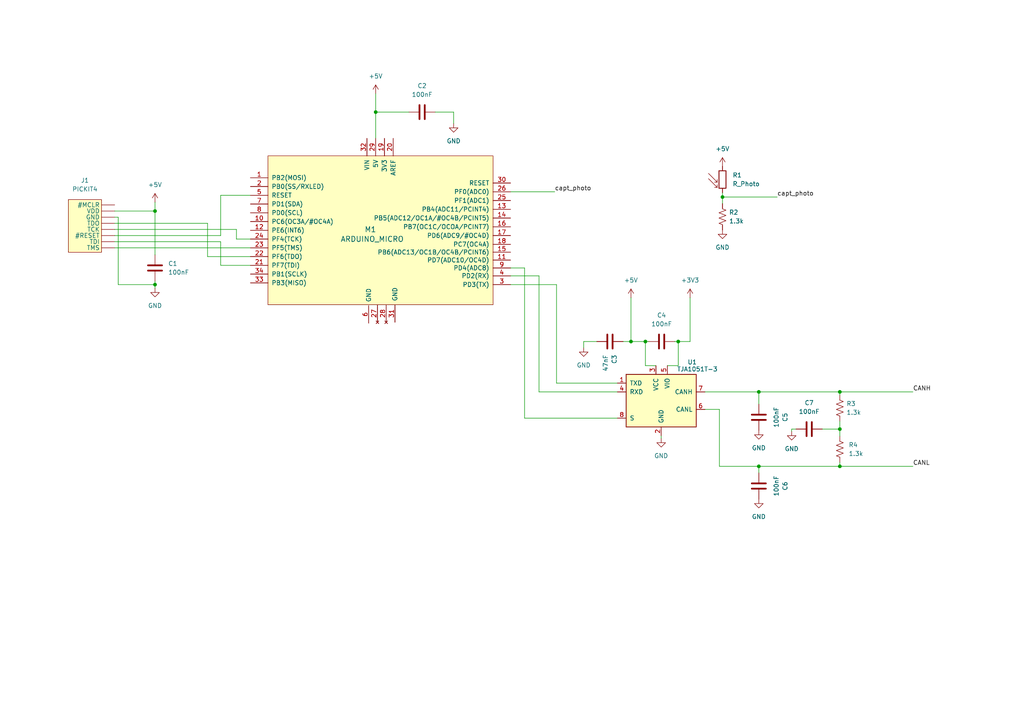
<source format=kicad_sch>
(kicad_sch (version 20211123) (generator eeschema)
  (paper "A4")
  (title_block (title "Capt_luminosite") (date "2022-02-21") (rev "V1") (company "Motrik") (comment 1 "shema pour capteur de luminosite"))
  (lib_symbols
    (symbol "Device:C" (pin_numbers hide) (pin_names (offset 0.254))
      (property "Reference" "C" (at 0.635 2.54 0))
      (property "Value" "C" (at 0.635 -2.54 0))
      (symbol "C_0_1"
        (polyline (pts (xy -2.032 -0.762) (xy 2.032 -0.762)) (stroke (width 0.508)))
        (polyline (pts (xy -2.032 0.762) (xy 2.032 0.762)) (stroke (width 0.508)))
      )
      (symbol "C_1_1"
        (pin passive line (at 0 3.81 270) (length 2.794) (name "~") (number "1"))
        (pin passive line (at 0 -3.81 90) (length 2.794) (name "~") (number "2"))
      )
    )
    (symbol "Device:R_Photo" (pin_numbers hide) (pin_names (offset 0))
      (property "Reference" "R" (at 1.27 1.27 0))
      (property "Value" "R_Photo" (at 1.27 0 0))
      (symbol "R_Photo_0_1"
        (rectangle (start -1.016 2.54) (end 1.016 -2.54) (stroke (width 0.254)))
        (polyline (pts (xy -1.524 -2.286) (xy -4.064 0.254)))
        (polyline (pts (xy -1.524 -2.286) (xy -2.286 -2.286)))
        (polyline (pts (xy -1.524 -2.286) (xy -1.524 -1.524)))
        (polyline (pts (xy -1.524 -0.762) (xy -4.064 1.778)))
        (polyline (pts (xy -1.524 -0.762) (xy -2.286 -0.762)))
        (polyline (pts (xy -1.524 -0.762) (xy -1.524 0)))
      )
      (symbol "R_Photo_1_1"
        (pin passive line (at 0 3.81 270) (length 1.27) (name "~") (number "1"))
        (pin passive line (at 0 -3.81 90) (length 1.27) (name "~") (number "2"))
      )
    )
    (symbol "Device:R_US" (pin_numbers hide) (pin_names (offset 0))
      (property "Reference" "R" (at 2.54 0 90))
      (property "Value" "R_US" (at -2.54 0 90))
      (symbol "R_US_0_1"
        (polyline (pts (xy 0 -2.286) (xy 0 -2.54)))
        (polyline (pts (xy 0 2.286) (xy 0 2.54)))
        (polyline (pts (xy 0 -0.762) (xy 1.016 -1.143) (xy 0 -1.524) (xy -1.016 -1.905) (xy 0 -2.286)))
        (polyline (pts (xy 0 0.762) (xy 1.016 0.381) (xy 0 0) (xy -1.016 -0.381) (xy 0 -0.762)))
        (polyline (pts (xy 0 2.286) (xy 1.016 1.905) (xy 0 1.524) (xy -1.016 1.143) (xy 0 0.762)))
      )
      (symbol "R_US_1_1"
        (pin passive line (at 0 3.81 270) (length 1.27) (name "~") (number "1"))
        (pin passive line (at 0 -3.81 90) (length 1.27) (name "~") (number "2"))
      )
    )
    (symbol "Interface_CAN_LIN:TJA1051T-3" (pin_names (offset 1.016))
      (property "Reference" "U1" (at 7.62 11.176 0))
      (property "Value" "TJA1051T-3" (at 4.572 9.144 0))
      (symbol "TJA1051T-3_0_1"
        (rectangle (start -10.16 7.62) (end 10.16 -7.62) (stroke (width 0.254)) (fill (type background)))
      )
      (symbol "TJA1051T-3_1_1"
        (pin input line (at -12.7 5.08 0) (length 2.54) (name "TXD") (number "1"))
        (pin power_in line (at 0 -10.16 90) (length 2.54) (name "GND") (number "2"))
        (pin power_in line (at -1.524 10.16 270) (length 2.54) (name "VCC") (number "3"))
        (pin output line (at -12.7 2.54 0) (length 2.54) (name "RXD") (number "4"))
        (pin power_in line (at 1.778 10.16 270) (length 2.54) (name "VIO") (number "5"))
        (pin bidirectional line (at 12.7 -2.54 180) (length 2.54) (name "CANL") (number "6"))
        (pin bidirectional line (at 12.7 2.54 180) (length 2.54) (name "CANH") (number "7"))
        (pin input line (at -12.7 -5.08 0) (length 2.54) (name "S") (number "8"))
      )
    )
    (symbol "arduino_micro:ARDUINO_MICRO" (pin_names (offset 1.016))
      (property "Reference" "M?" (at 22.098 19.304 0))
      (property "Value" "ARDUINO_MICRO" (at 22.606 16.51 0))
      (symbol "ARDUINO_MICRO_0_1"
        (rectangle (start -7.62 40.64) (end 57.658 -2.54) (fill (type background)))
      )
      (symbol "ARDUINO_MICRO_1_1"
        (pin bidirectional line (at -12.7 34.29 0) (length 5.08) (name "PB2(MOSI)") (number "1"))
        (pin bidirectional line (at -12.7 21.59 0) (length 5.08) (name "PC6(OC3A/#OC4A)") (number "10"))
        (pin bidirectional line (at 62.738 10.414 180) (length 5.08) (name "PD7(ADC10/OC4D)") (number "11"))
        (pin bidirectional line (at -12.7 19.05 0) (length 5.08) (name "PE6(INT6)") (number "12"))
        (pin bidirectional line (at 62.738 25.146 180) (length 5.08) (name "PB4(ADC11/PCINT4)") (number "13"))
        (pin bidirectional line (at 62.738 22.606 180) (length 5.08) (name "PB5(ADC12/OC1A/#OC4B/PCINT5)") (number "14"))
        (pin bidirectional line (at 62.738 12.7 180) (length 5.08) (name "PB6(ADC13/OC1B/OC4B/PCINT6)") (number "15"))
        (pin bidirectional line (at 62.738 20.066 180) (length 5.08) (name "PB7(OC1C/OCOA/PCINT7)") (number "16"))
        (pin bidirectional line (at 62.738 17.526 180) (length 5.08) (name "PD6(ADC9/#OC4D)") (number "17"))
        (pin bidirectional line (at 62.738 14.986 180) (length 5.08) (name "PC7(OC4A)") (number "18"))
        (pin power_in line (at 26.162 45.72 270) (length 5.08) (name "3V3") (number "19"))
        (pin bidirectional line (at -12.7 31.75 0) (length 5.08) (name "PB0(SS/RXLED)") (number "2"))
        (pin power_in line (at 28.702 45.72 270) (length 5.08) (name "AREF") (number "20"))
        (pin bidirectional line (at -12.7 8.89 0) (length 5.08) (name "PF7(TDI)") (number "21"))
        (pin bidirectional line (at -12.7 11.43 0) (length 5.08) (name "PF6(TDO)") (number "22"))
        (pin bidirectional line (at -12.7 13.97 0) (length 5.08) (name "PF5(TMS)") (number "23"))
        (pin bidirectional line (at -12.7 16.51 0) (length 5.08) (name "PF4(TCK)") (number "24"))
        (pin bidirectional line (at 62.738 27.686 180) (length 5.08) (name "PF1(ADC1)") (number "25"))
        (pin bidirectional line (at 62.738 30.226 180) (length 5.08) (name "PF0(ADC0)") (number "26"))
        (pin no_connect line (at 24.13 -7.62 90) (length 5.08) (name "~") (number "27"))
        (pin no_connect line (at 26.67 -7.62 90) (length 5.08) (name "~") (number "28"))
        (pin power_in line (at 23.622 45.72 270) (length 5.08) (name "5V") (number "29"))
        (pin bidirectional line (at 62.738 3.302 180) (length 5.08) (name "PD3(TX)") (number "3"))
        (pin bidirectional line (at 62.738 32.766 180) (length 5.08) (name "RESET") (number "30"))
        (pin power_in line (at 29.21 -7.62 90) (length 5.08) (name "GND") (number "31"))
        (pin power_in line (at 21.082 45.72 270) (length 5.08) (name "VIN") (number "32"))
        (pin bidirectional line (at -12.7 3.81 0) (length 5.08) (name "PB3(MISO)") (number "33"))
        (pin bidirectional line (at -12.7 6.35 0) (length 5.08) (name "PB1(SCLK)") (number "34"))
        (pin bidirectional line (at 62.738 5.842 180) (length 5.08) (name "PD2(RX)") (number "4"))
        (pin bidirectional line (at -12.7 29.21 0) (length 5.08) (name "RESET") (number "5"))
        (pin power_in line (at 21.59 -7.874 90) (length 5.08) (name "GND") (number "6"))
        (pin bidirectional line (at -12.7 26.67 0) (length 5.08) (name "PD1(SDA)") (number "7"))
        (pin bidirectional line (at -12.7 24.13 0) (length 5.08) (name "PD0(SCL)") (number "8"))
        (pin bidirectional line (at 62.738 8.128 180) (length 5.08) (name "PD4(ADC8)") (number "9"))
      )
    )
    (symbol "motrik-symbole:+3V" (power) (pin_names (offset 0))
      (property "Value" "+3V" (at 0 5.08 0))
      (symbol "+3V_0_1"
        (polyline (pts (xy -0.762 1.27) (xy 0 2.54)))
        (polyline (pts (xy 0 0) (xy 0 2.54)))
        (polyline (pts (xy 0 2.54) (xy 0.762 1.27)))
      )
      (symbol "+3V_1_1"
        (pin power_in line (at 0 0 90) (length 0) hide (name "+3V3") (number "1"))
      )
    )
    (symbol "motrik-symbole:PICKIT4"
      (property "Reference" "J?" (at 0 11.43 0))
      (property "Value" "PICKIT4" (at 0 8.89 0))
      (symbol "PICKIT4_0_1"
        (rectangle (start -4.826 5.842) (end 4.826 -9.398) (fill (type background)))
      )
      (symbol "PICKIT4_1_1"
        (pin bidirectional line (at 8.636 4.318 180) (length 3.81) (name "#MCLR") (number ""))
        (pin bidirectional line (at 8.636 -4.572 180) (length 3.81) (name "#RESET") (number ""))
        (pin bidirectional line (at 8.636 0.762 180) (length 3.81) (name "GND") (number ""))
        (pin bidirectional line (at 8.636 -2.794 180) (length 3.81) (name "TCK") (number ""))
        (pin bidirectional line (at 8.636 -6.35 180) (length 3.81) (name "TDI") (number ""))
        (pin bidirectional line (at 8.636 -1.016 180) (length 3.81) (name "TDO") (number ""))
        (pin bidirectional line (at 8.636 -8.128 180) (length 3.81) (name "TMS") (number ""))
        (pin bidirectional line (at 8.636 2.54 180) (length 3.81) (name "VDD") (number ""))
      )
    )
    (symbol "power:+5V" (power) (pin_names (offset 0))
      (property "Value" "+5V" (at 0 3.556 0))
      (symbol "+5V_0_1"
        (polyline (pts (xy -0.762 1.27) (xy 0 2.54)))
        (polyline (pts (xy 0 0) (xy 0 2.54)))
        (polyline (pts (xy 0 2.54) (xy 0.762 1.27)))
      )
      (symbol "+5V_1_1"
        (pin power_in line (at 0 0 90) (length 0) hide (name "+5V") (number "1"))
      )
    )
    (symbol "power:GND" (power) (pin_names (offset 0))
      (property "Value" "GND" (at 0 -3.81 0))
      (symbol "GND_0_1"
        (polyline (pts (xy 0 0) (xy 0 -1.27) (xy 1.27 -1.27) (xy 0 -2.54) (xy -1.27 -1.27) (xy 0 -1.27)))
      )
      (symbol "GND_1_1"
        (pin power_in line (at 0 0 270) (length 0) hide (name "GND") (number "1"))
      )
    )
  )
  (junction (at 243.586 124.46))
  (junction (at 196.723 99.06))
  (junction (at 183.007 99.06))
  (junction (at 44.958 61.214))
  (junction (at 44.958 82.55))
  (junction (at 187.198 99.06))
  (junction (at 243.586 113.665))
  (junction (at 243.586 135.255))
  (junction (at 220.091 113.665))
  (junction (at 220.091 135.255))
  (junction (at 108.966 32.512))
  (junction (at 209.55 57.15))
  (wire (pts (xy 34.29 62.992) (xy 34.29 82.55)))
  (wire (pts (xy 243.586 135.255) (xy 264.795 135.255)))
  (wire (pts (xy 193.548 106.045) (xy 196.723 106.045)))
  (wire (pts (xy 243.586 113.665) (xy 264.795 113.665)))
  (wire (pts (xy 208.661 135.255) (xy 220.091 135.255)))
  (wire (pts (xy 243.586 134.112) (xy 243.586 135.255)))
  (wire (pts (xy 230.886 124.46) (xy 229.616 124.46)))
  (wire (pts (xy 204.47 118.745) (xy 208.661 118.745)))
  (wire (pts (xy 187.198 99.06) (xy 188.087 99.06)))
  (wire (pts (xy 229.616 124.46) (xy 229.616 125.095)))
  (wire (pts (xy 208.661 118.745) (xy 208.661 135.255)))
  (wire (pts (xy 180.721 99.06) (xy 183.007 99.06)))
  (wire (pts (xy 169.291 99.06) (xy 169.291 100.838)))
  (wire (pts (xy 108.966 32.512) (xy 108.966 40.132)))
  (wire (pts (xy 196.723 99.06) (xy 195.707 99.06)))
  (wire (pts (xy 44.958 58.674) (xy 44.958 61.214)))
  (wire (pts (xy 179.07 111.125) (xy 161.417 111.125)))
  (wire (pts (xy 33.274 71.882) (xy 72.644 71.882)))
  (wire (pts (xy 209.55 57.15) (xy 209.55 59.055)))
  (wire (pts (xy 64.008 68.326) (xy 33.274 68.326)))
  (wire (pts (xy 72.644 56.642) (xy 64.008 56.642)))
  (wire (pts (xy 33.274 64.77) (xy 60.198 64.77)))
  (wire (pts (xy 243.586 135.255) (xy 220.091 135.255)))
  (wire (pts (xy 243.586 113.665) (xy 220.091 113.665)))
  (wire (pts (xy 44.958 81.534) (xy 44.958 82.55)))
  (wire (pts (xy 60.198 74.422) (xy 72.644 74.422)))
  (wire (pts (xy 209.55 57.15) (xy 225.425 57.15)))
  (wire (pts (xy 152.146 121.285) (xy 152.146 77.724)))
  (wire (pts (xy 64.008 70.104) (xy 33.274 70.104)))
  (wire (pts (xy 200.152 86.36) (xy 200.152 99.06)))
  (wire (pts (xy 179.07 113.665) (xy 156.337 113.665)))
  (wire (pts (xy 64.008 76.962) (xy 72.644 76.962)))
  (wire (pts (xy 191.77 126.365) (xy 191.77 127.127)))
  (wire (pts (xy 68.58 66.548) (xy 68.58 69.342)))
  (wire (pts (xy 161.417 82.55) (xy 148.082 82.55)))
  (wire (pts (xy 179.07 121.285) (xy 152.146 121.285)))
  (wire (pts (xy 33.274 66.548) (xy 68.58 66.548)))
  (wire (pts (xy 220.091 135.255) (xy 220.091 137.16)))
  (wire (pts (xy 243.586 124.46) (xy 243.586 126.492)))
  (wire (pts (xy 243.586 122.174) (xy 243.586 124.46)))
  (wire (pts (xy 183.007 99.06) (xy 187.198 99.06)))
  (wire (pts (xy 204.47 113.665) (xy 220.091 113.665)))
  (wire (pts (xy 187.198 106.045) (xy 187.198 99.06)))
  (wire (pts (xy 238.506 124.46) (xy 243.586 124.46)))
  (wire (pts (xy 200.152 99.06) (xy 196.723 99.06)))
  (wire (pts (xy 34.29 82.55) (xy 44.958 82.55)))
  (wire (pts (xy 64.008 56.642) (xy 64.008 68.326)))
  (wire (pts (xy 44.958 82.55) (xy 44.958 83.566)))
  (wire (pts (xy 33.274 61.214) (xy 44.958 61.214)))
  (wire (pts (xy 209.55 55.88) (xy 209.55 57.15)))
  (wire (pts (xy 60.198 64.77) (xy 60.198 74.422)))
  (wire (pts (xy 220.091 117.221) (xy 220.091 113.665)))
  (wire (pts (xy 131.572 35.814) (xy 131.572 32.512)))
  (wire (pts (xy 161.417 111.125) (xy 161.417 82.55)))
  (wire (pts (xy 156.337 80.01) (xy 148.082 80.01)))
  (wire (pts (xy 108.966 32.512) (xy 118.618 32.512)))
  (wire (pts (xy 243.586 114.554) (xy 243.586 113.665)))
  (wire (pts (xy 64.008 70.104) (xy 64.008 76.962)))
  (wire (pts (xy 152.146 77.724) (xy 148.082 77.724)))
  (wire (pts (xy 44.958 61.214) (xy 44.958 73.914)))
  (wire (pts (xy 173.101 99.06) (xy 169.291 99.06)))
  (wire (pts (xy 190.246 106.045) (xy 187.198 106.045)))
  (wire (pts (xy 108.966 27.178) (xy 108.966 32.512)))
  (wire (pts (xy 183.007 86.36) (xy 183.007 99.06)))
  (wire (pts (xy 131.572 32.512) (xy 126.238 32.512)))
  (wire (pts (xy 68.58 69.342) (xy 72.644 69.342)))
  (wire (pts (xy 156.337 113.665) (xy 156.337 80.01)))
  (wire (pts (xy 148.082 55.626) (xy 160.909 55.626)))
  (wire (pts (xy 196.723 106.045) (xy 196.723 99.06)))
  (wire (pts (xy 33.274 62.992) (xy 34.29 62.992)))
  (label "capt_photo" (at 225.425 57.15 0))
  (label "CANH" (at 264.795 113.665 0))
  (label "CANL" (at 264.795 135.255 0))
  (label "capt_photo" (at 160.909 55.626 0))
  (symbol (lib_id "power:GND") (at 220.091 124.841 0) (unit 1)
    (property "Reference" "#PWR011" (effects hide))
    (property "Value" "GND" (at 220.091 129.921 0))
  )
  (symbol (lib_id "power:GND") (at 44.958 83.566 0) (unit 1)
    (property "Reference" "#PWR02" (effects hide))
    (property "Value" "GND" (at 44.958 88.646 0))
  )
  (symbol (lib_id "power:GND") (at 229.616 125.095 0) (unit 1)
    (property "Reference" "#PWR013" (effects hide))
    (property "Value" "GND" (at 229.616 130.175 0))
  )
  (symbol (lib_id "motrik-symbole:PICKIT4") (at 24.638 63.754 0) (unit 1)
    (property "Reference" "J1" (at 24.638 52.324 0))
    (property "Value" "PICKIT4" (at 24.638 54.864 0))
    (property "Footprint" "motrik_footprint:pickit" (effects hide))
  )
  (symbol (lib_id "Device:C") (at 44.958 77.724 0) (unit 1)
    (property "Reference" "C1" (at 48.768 76.4539 0) (effects (justify left)))
    (property "Value" "100nF" (at 48.768 78.9939 0) (effects (justify left)))
  )
  (symbol (lib_id "Device:C") (at 234.696 124.46 270) (mirror x) (unit 1)
    (property "Reference" "C7" (at 234.696 116.84 90))
    (property "Value" "100nF" (at 234.696 119.38 90))
  )
  (symbol (lib_id "power:GND") (at 209.55 66.675 0) (unit 1)
    (property "Reference" "#PWR010" (effects hide))
    (property "Value" "GND" (at 209.55 71.755 0))
  )
  (symbol (lib_id "Device:C") (at 220.091 140.97 0) (mirror x) (unit 1)
    (property "Reference" "C6" (at 227.711 140.97 90))
    (property "Value" "100nF" (at 225.171 140.97 90))
  )
  (symbol (lib_id "Device:R_Photo") (at 209.55 52.07 0) (unit 1)
    (property "Reference" "R1" (at 212.471 50.7999 0) (effects (justify left)))
    (property "Value" "R_Photo" (at 212.471 53.3399 0) (effects (justify left)))
  )
  (symbol (lib_id "Device:C") (at 122.428 32.512 90) (unit 1)
    (property "Reference" "C2" (at 122.428 24.892 90))
    (property "Value" "100nF" (at 122.428 27.432 90))
  )
  (symbol (lib_id "motrik-symbole:+3V") (at 200.152 86.36 0) (unit 1)
    (property "Reference" "#PWR08" (effects hide))
    (property "Value" "+3V" (at 200.152 81.28 0))
  )
  (symbol (lib_id "Device:R_US") (at 209.55 62.865 0) (unit 1)
    (property "Reference" "R2" (at 211.455 61.5949 0) (effects (justify left)))
    (property "Value" "1.3k" (at 211.455 64.1349 0) (effects (justify left)))
  )
  (symbol (lib_id "Device:C") (at 191.897 99.06 270) (mirror x) (unit 1)
    (property "Reference" "C4" (at 191.897 91.44 90))
    (property "Value" "100nF" (at 191.897 93.98 90))
  )
  (symbol (lib_id "power:+5V") (at 108.966 27.178 0) (unit 1)
    (property "Reference" "#PWR03" (effects hide))
    (property "Value" "+5V" (at 108.966 22.098 0))
  )
  (symbol (lib_id "Interface_CAN_LIN:TJA1051T-3") (at 191.77 116.205 0) (unit 1)
    (property "Reference" "U1" (at 199.39 105.029 0) (effects (justify left)))
    (property "Value" "TJA1051T-3" (at 196.342 107.061 0) (effects (justify left)))
    (property "Footprint" "Package_SO:SOIC-8_3.9x4.9mm_P1.27mm" (effects hide))
    (property "Datasheet" "http://www.nxp.com/documents/data_sheet/TJA1051.pdf" (effects hide))
  )
  (symbol (lib_id "Device:C") (at 176.911 99.06 270) (unit 1)
    (property "Reference" "C3" (at 178.1811 102.87 0) (effects (justify left)))
    (property "Value" "47nF" (at 175.6411 102.87 0) (effects (justify left)))
  )
  (symbol (lib_id "power:GND") (at 220.091 144.78 0) (unit 1)
    (property "Reference" "#PWR012" (effects hide))
    (property "Value" "GND" (at 220.091 149.86 0))
  )
  (symbol (lib_id "power:+5V") (at 44.958 58.674 0) (unit 1)
    (property "Reference" "#PWR01" (effects hide))
    (property "Value" "+5V" (at 44.958 53.594 0))
  )
  (symbol (lib_id "power:GND") (at 191.77 127.127 0) (unit 1)
    (property "Reference" "#PWR07" (effects hide))
    (property "Value" "GND" (at 191.77 132.207 0))
  )
  (symbol (lib_id "arduino_micro:ARDUINO_MICRO") (at 85.344 85.852 0) (unit 1)
    (property "Reference" "M1" (at 107.442 66.548 0) (effects (font (size 1.524 1.524))))
    (property "Value" "ARDUINO_MICRO" (at 107.95 69.342 0) (effects (font (size 1.524 1.524))))
    (property "Footprint" "arduino_micro:Arduino_Micro" (effects hide))
  )
  (symbol (lib_id "Device:R_US") (at 243.586 118.364 0) (unit 1)
    (property "Reference" "R3" (at 245.491 117.0939 0) (effects (justify left)))
    (property "Value" "1.3k" (at 245.491 119.6339 0) (effects (justify left)))
  )
  (symbol (lib_id "power:GND") (at 169.291 100.838 0) (unit 1)
    (property "Reference" "#PWR05" (effects hide))
    (property "Value" "GND" (at 169.291 105.918 0))
  )
  (symbol (lib_id "power:GND") (at 131.572 35.814 0) (unit 1)
    (property "Reference" "#PWR04" (effects hide))
    (property "Value" "GND" (at 131.572 40.894 0))
  )
  (symbol (lib_id "Device:C") (at 220.091 121.031 0) (mirror x) (unit 1)
    (property "Reference" "C5" (at 227.711 121.031 90))
    (property "Value" "100nF" (at 225.171 121.031 90))
  )
  (symbol (lib_id "power:+5V") (at 209.55 48.26 0) (unit 1)
    (property "Reference" "#PWR09" (effects hide))
    (property "Value" "+5V" (at 209.55 43.18 0))
  )
  (symbol (lib_id "power:+5V") (at 183.007 86.36 0) (unit 1)
    (property "Reference" "#PWR06" (effects hide))
    (property "Value" "+5V" (at 183.007 81.28 0))
  )
  (symbol (lib_id "Device:R_US") (at 243.586 130.302 0) (unit 1)
    (property "Reference" "R4" (at 246.126 129.0319 0) (effects (justify left)))
    (property "Value" "1.3k" (at 246.126 131.5719 0) (effects (justify left)))
  )
)
</source>
